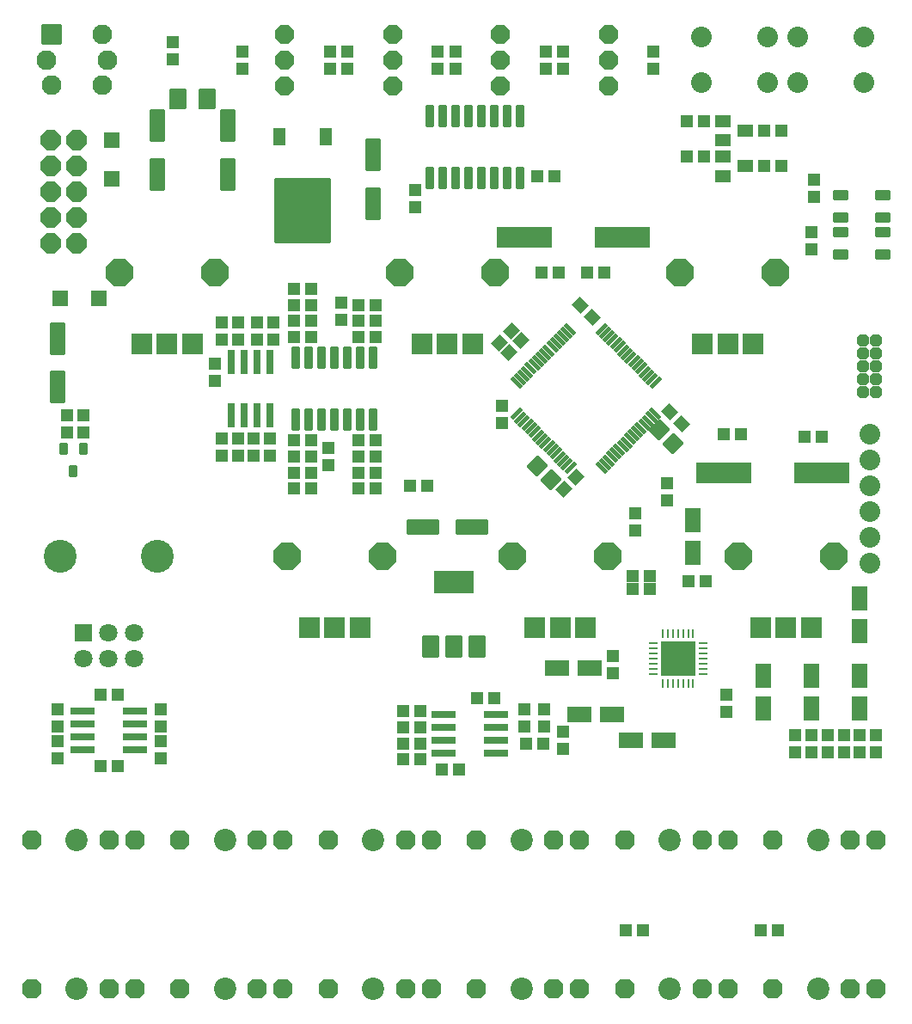
<source format=gbr>
%TF.GenerationSoftware,KiCad,Pcbnew,(6.0.11-0)*%
%TF.CreationDate,2023-05-26T17:34:31+02:00*%
%TF.ProjectId,clouds,636c6f75-6473-42e6-9b69-6361645f7063,rev?*%
%TF.SameCoordinates,Original*%
%TF.FileFunction,Soldermask,Top*%
%TF.FilePolarity,Negative*%
%FSLAX46Y46*%
G04 Gerber Fmt 4.6, Leading zero omitted, Abs format (unit mm)*
G04 Created by KiCad (PCBNEW (6.0.11-0)) date 2023-05-26 17:34:31*
%MOMM*%
%LPD*%
G01*
G04 APERTURE LIST*
G04 Aperture macros list*
%AMRoundRect*
0 Rectangle with rounded corners*
0 $1 Rounding radius*
0 $2 $3 $4 $5 $6 $7 $8 $9 X,Y pos of 4 corners*
0 Add a 4 corners polygon primitive as box body*
4,1,4,$2,$3,$4,$5,$6,$7,$8,$9,$2,$3,0*
0 Add four circle primitives for the rounded corners*
1,1,$1+$1,$2,$3*
1,1,$1+$1,$4,$5*
1,1,$1+$1,$6,$7*
1,1,$1+$1,$8,$9*
0 Add four rect primitives between the rounded corners*
20,1,$1+$1,$2,$3,$4,$5,0*
20,1,$1+$1,$4,$5,$6,$7,0*
20,1,$1+$1,$6,$7,$8,$9,0*
20,1,$1+$1,$8,$9,$2,$3,0*%
%AMFreePoly0*
4,1,25,0.396174,0.896573,0.401076,0.892082,0.892082,0.401076,0.914110,0.353835,0.914400,0.347194,0.914400,-0.347194,0.896573,-0.396174,0.892082,-0.401076,0.401076,-0.892082,0.353835,-0.914110,0.347194,-0.914400,-0.347194,-0.914400,-0.396174,-0.896573,-0.401076,-0.892082,-0.892082,-0.401076,-0.914110,-0.353835,-0.914400,-0.347194,-0.914400,0.347194,-0.896573,0.396174,-0.892082,0.401076,
-0.401076,0.892082,-0.353835,0.914110,-0.347194,0.914400,0.347194,0.914400,0.396174,0.896573,0.396174,0.896573,$1*%
%AMFreePoly1*
4,1,25,0.575031,1.328373,0.579933,1.323882,1.323882,0.579933,1.345910,0.532692,1.346200,0.526051,1.346200,-0.526051,1.328373,-0.575031,1.323882,-0.579933,0.579933,-1.323882,0.532692,-1.345910,0.526051,-1.346200,-0.526051,-1.346200,-0.575031,-1.328373,-0.579933,-1.323882,-1.323882,-0.579933,-1.345910,-0.532692,-1.346200,-0.526051,-1.346200,0.526051,-1.328373,0.575031,-1.323882,0.579933,
-0.579933,1.323882,-0.532692,1.345910,-0.526051,1.346200,0.526051,1.346200,0.575031,1.328373,0.575031,1.328373,$1*%
%AMFreePoly2*
4,1,25,0.417216,0.947373,0.422118,0.942882,0.942882,0.422118,0.964910,0.374877,0.965200,0.368236,0.965200,-0.368236,0.947373,-0.417216,0.942882,-0.422118,0.422118,-0.942882,0.374877,-0.964910,0.368236,-0.965200,-0.368236,-0.965200,-0.417216,-0.947373,-0.422118,-0.942882,-0.942882,-0.422118,-0.964910,-0.374877,-0.965200,-0.368236,-0.965200,0.368236,-0.947373,0.417216,-0.942882,0.422118,
-0.422118,0.942882,-0.374877,0.964910,-0.368236,0.965200,0.368236,0.965200,0.417216,0.947373,0.417216,0.947373,$1*%
%AMFreePoly3*
4,1,25,0.438258,0.998173,0.443160,0.993682,0.993682,0.443160,1.015710,0.395919,1.016000,0.389278,1.016000,-0.389278,0.998173,-0.438258,0.993682,-0.443160,0.443160,-0.993682,0.395919,-1.015710,0.389278,-1.016000,-0.389278,-1.016000,-0.438258,-0.998173,-0.443160,-0.993682,-0.993682,-0.443160,-1.015710,-0.395919,-1.016000,-0.389278,-1.016000,0.389278,-0.998173,0.438258,-0.993682,0.443160,
-0.443160,0.993682,-0.395919,1.015710,-0.389278,1.016000,0.389278,1.016000,0.438258,0.998173,0.438258,0.998173,$1*%
%AMFreePoly4*
4,1,25,0.269922,0.591773,0.274824,0.587282,0.587282,0.274824,0.609310,0.227583,0.609600,0.220942,0.609600,-0.220942,0.591773,-0.269922,0.587282,-0.274824,0.274824,-0.587282,0.227583,-0.609310,0.220942,-0.609600,-0.220942,-0.609600,-0.269922,-0.591773,-0.274824,-0.587282,-0.587282,-0.274824,-0.609310,-0.227583,-0.609600,-0.220942,-0.609600,0.220942,-0.591773,0.269922,-0.587282,0.274824,
-0.274824,0.587282,-0.227583,0.609310,-0.220942,0.609600,0.220942,0.609600,0.269922,0.591773,0.269922,0.591773,$1*%
G04 Aperture macros list end*
%ADD10RoundRect,0.076200X-0.550000X0.500000X-0.550000X-0.500000X0.550000X-0.500000X0.550000X0.500000X0*%
%ADD11C,3.240000*%
%ADD12R,1.800000X1.800000*%
%ADD13C,1.800000*%
%ADD14RoundRect,0.076200X-0.550000X-0.500000X0.550000X-0.500000X0.550000X0.500000X-0.550000X0.500000X0*%
%ADD15FreePoly0,180.000000*%
%ADD16RoundRect,0.076200X-0.500000X-0.550000X0.500000X-0.550000X0.500000X0.550000X-0.500000X0.550000X0*%
%ADD17RoundRect,0.076200X0.500000X0.550000X-0.500000X0.550000X-0.500000X-0.550000X0.500000X-0.550000X0*%
%ADD18RoundRect,0.076200X-0.700000X0.500000X-0.700000X-0.500000X0.700000X-0.500000X0.700000X0.500000X0*%
%ADD19RoundRect,0.076200X0.700000X-1.100000X0.700000X1.100000X-0.700000X1.100000X-0.700000X-1.100000X0*%
%ADD20RoundRect,0.076200X0.939800X-0.939800X0.939800X0.939800X-0.939800X0.939800X-0.939800X-0.939800X0*%
%ADD21FreePoly1,90.000000*%
%ADD22RoundRect,0.076200X0.550000X-0.500000X0.550000X0.500000X-0.550000X0.500000X-0.550000X-0.500000X0*%
%ADD23RoundRect,0.076200X-0.500000X0.550000X-0.500000X-0.550000X0.500000X-0.550000X0.500000X0.550000X0*%
%ADD24RoundRect,0.076200X-0.800000X-0.901500X0.800000X-0.901500X0.800000X0.901500X-0.800000X0.901500X0*%
%ADD25RoundRect,0.076200X0.700000X-1.500000X0.700000X1.500000X-0.700000X1.500000X-0.700000X-1.500000X0*%
%ADD26RoundRect,0.076200X0.550000X0.500000X-0.550000X0.500000X-0.550000X-0.500000X0.550000X-0.500000X0*%
%ADD27C,2.200000*%
%ADD28FreePoly2,90.000000*%
%ADD29RoundRect,0.076200X-2.667000X-0.965200X2.667000X-0.965200X2.667000X0.965200X-2.667000X0.965200X0*%
%ADD30RoundRect,0.076200X-0.318198X0.530330X-0.530330X0.318198X0.318198X-0.530330X0.530330X-0.318198X0*%
%ADD31RoundRect,0.076200X-0.530330X-0.318198X-0.318198X-0.530330X0.530330X0.318198X0.318198X0.530330X0*%
%ADD32RoundRect,0.076200X0.318198X-0.530330X0.530330X-0.318198X-0.318198X0.530330X-0.530330X0.318198X0*%
%ADD33RoundRect,0.076200X0.530330X0.318198X0.318198X0.530330X-0.530330X-0.318198X-0.318198X-0.530330X0*%
%ADD34C,1.952400*%
%ADD35RoundRect,0.076200X0.900000X-0.900000X0.900000X0.900000X-0.900000X0.900000X-0.900000X-0.900000X0*%
%ADD36RoundRect,0.076200X-0.300000X-1.100000X0.300000X-1.100000X0.300000X1.100000X-0.300000X1.100000X0*%
%ADD37RoundRect,0.076200X0.035355X0.742462X-0.742462X-0.035355X-0.035355X-0.742462X0.742462X0.035355X0*%
%ADD38RoundRect,0.062500X-0.062500X0.337500X-0.062500X-0.337500X0.062500X-0.337500X0.062500X0.337500X0*%
%ADD39RoundRect,0.062500X-0.337500X0.062500X-0.337500X-0.062500X0.337500X-0.062500X0.337500X0.062500X0*%
%ADD40R,3.350000X3.350000*%
%ADD41RoundRect,0.076200X-0.700000X0.700000X-0.700000X-0.700000X0.700000X-0.700000X0.700000X0.700000X0*%
%ADD42RoundRect,0.076200X-0.675000X-0.400000X0.675000X-0.400000X0.675000X0.400000X-0.675000X0.400000X0*%
%ADD43RoundRect,0.076200X0.500000X-0.550000X0.500000X0.550000X-0.500000X0.550000X-0.500000X-0.550000X0*%
%ADD44RoundRect,0.076200X0.742462X-0.035355X-0.035355X0.742462X-0.742462X0.035355X0.035355X-0.742462X0*%
%ADD45RoundRect,0.076200X0.330200X1.016000X-0.330200X1.016000X-0.330200X-1.016000X0.330200X-1.016000X0*%
%ADD46RoundRect,0.076200X0.989949X0.070711X0.070711X0.989949X-0.989949X-0.070711X-0.070711X-0.989949X0*%
%ADD47RoundRect,0.076200X0.500000X0.800000X-0.500000X0.800000X-0.500000X-0.800000X0.500000X-0.800000X0*%
%ADD48RoundRect,0.076200X2.700000X3.100000X-2.700000X3.100000X-2.700000X-3.100000X2.700000X-3.100000X0*%
%ADD49RoundRect,0.076200X-0.749300X-1.003300X0.749300X-1.003300X0.749300X1.003300X-0.749300X1.003300X0*%
%ADD50RoundRect,0.076200X-1.905000X-1.003300X1.905000X-1.003300X1.905000X1.003300X-1.905000X1.003300X0*%
%ADD51RoundRect,0.076200X1.500000X0.700000X-1.500000X0.700000X-1.500000X-0.700000X1.500000X-0.700000X0*%
%ADD52RoundRect,0.076200X-1.100000X0.300000X-1.100000X-0.300000X1.100000X-0.300000X1.100000X0.300000X0*%
%ADD53RoundRect,0.076200X-0.330200X-1.016000X0.330200X-1.016000X0.330200X1.016000X-0.330200X1.016000X0*%
%ADD54RoundRect,0.076200X-1.100000X-0.700000X1.100000X-0.700000X1.100000X0.700000X-1.100000X0.700000X0*%
%ADD55RoundRect,0.076200X-0.700000X1.100000X-0.700000X-1.100000X0.700000X-1.100000X0.700000X1.100000X0*%
%ADD56RoundRect,0.076200X-0.700000X-0.700000X0.700000X-0.700000X0.700000X0.700000X-0.700000X0.700000X0*%
%ADD57RoundRect,0.076200X0.350000X0.500000X-0.350000X0.500000X-0.350000X-0.500000X0.350000X-0.500000X0*%
%ADD58RoundRect,0.076200X-0.035355X-0.742462X0.742462X0.035355X0.035355X0.742462X-0.742462X-0.035355X0*%
%ADD59C,2.032000*%
%ADD60RoundRect,0.076200X-0.742462X0.035355X0.035355X-0.742462X0.742462X-0.035355X-0.035355X0.742462X0*%
%ADD61RoundRect,0.076200X-0.989949X-0.070711X-0.070711X-0.989949X0.989949X0.070711X0.070711X0.989949X0*%
%ADD62FreePoly3,90.000000*%
%ADD63FreePoly4,270.000000*%
G04 APERTURE END LIST*
D10*
%TO.C,R40*%
X169800000Y-101950000D03*
X169800000Y-103650000D03*
%TD*%
D11*
%TO.C,R42*%
X119580000Y-109160000D03*
X110080000Y-109160000D03*
D12*
X112330000Y-116660000D03*
D13*
X114830000Y-116660000D03*
X117330000Y-116660000D03*
X112330000Y-119160000D03*
X114830000Y-119160000D03*
X117330000Y-119160000D03*
%TD*%
D14*
%TO.C,C29*%
X171950000Y-111600000D03*
X173650000Y-111600000D03*
%TD*%
%TO.C,C21*%
X139396100Y-97701100D03*
X141096100Y-97701100D03*
%TD*%
D15*
%TO.C,LED2*%
X142786000Y-62776100D03*
X142786000Y-60236100D03*
X142786000Y-57696100D03*
%TD*%
D16*
%TO.C,R15*%
X171781100Y-69761100D03*
X173481100Y-69761100D03*
%TD*%
D17*
%TO.C,R38*%
X134746100Y-102463600D03*
X133046100Y-102463600D03*
%TD*%
D18*
%TO.C,Q1*%
X175341100Y-66271100D03*
X177541100Y-67221100D03*
X175341100Y-68171100D03*
%TD*%
D19*
%TO.C,C35*%
X179298600Y-120866100D03*
X179298600Y-124066100D03*
%TD*%
D20*
%TO.C,R19*%
X150683600Y-88191100D03*
X148183600Y-88191100D03*
X145683600Y-88191100D03*
D21*
X152883600Y-81191100D03*
X143483600Y-81191100D03*
%TD*%
D17*
%TO.C,R59*%
X145541100Y-129133600D03*
X143841100Y-129133600D03*
%TD*%
D22*
%TO.C,R54*%
X184061100Y-128396100D03*
X184061100Y-126696100D03*
%TD*%
D16*
%TO.C,R39*%
X139396100Y-102463600D03*
X141096100Y-102463600D03*
%TD*%
D23*
%TO.C,C44*%
X190411100Y-126696100D03*
X190411100Y-128396100D03*
%TD*%
%TO.C,C43*%
X185648600Y-126696100D03*
X185648600Y-128396100D03*
%TD*%
D24*
%TO.C,R11*%
X121679100Y-64046100D03*
X124523100Y-64046100D03*
%TD*%
D20*
%TO.C,R20*%
X178306100Y-88191100D03*
X175806100Y-88191100D03*
X173306100Y-88191100D03*
D21*
X180506100Y-81191100D03*
X171106100Y-81191100D03*
%TD*%
D25*
%TO.C,C4*%
X140881100Y-69583600D03*
X140881100Y-74383600D03*
%TD*%
D26*
%TO.C,C46*%
X149351100Y-130086100D03*
X147651100Y-130086100D03*
%TD*%
%TO.C,C39*%
X152843600Y-123101100D03*
X151143600Y-123101100D03*
%TD*%
%TO.C,C30*%
X168150000Y-112300000D03*
X166450000Y-112300000D03*
%TD*%
D27*
%TO.C,J7*%
X111671100Y-151676100D03*
D28*
X117386100Y-151676100D03*
X114846100Y-151676100D03*
X107226100Y-151676100D03*
%TD*%
D10*
%TO.C,R6*%
X147231000Y-59386100D03*
X147231000Y-61086100D03*
%TD*%
D16*
%TO.C,R34*%
X133046100Y-99288600D03*
X134746100Y-99288600D03*
%TD*%
D17*
%TO.C,R51*%
X145541100Y-127546100D03*
X143841100Y-127546100D03*
%TD*%
D19*
%TO.C,C31*%
X188823600Y-113246100D03*
X188823600Y-116446100D03*
%TD*%
D29*
%TO.C,Q3*%
X155740100Y-77698600D03*
X165392100Y-77698600D03*
%TD*%
D22*
%TO.C,R31*%
X125958600Y-99186100D03*
X125958600Y-97486100D03*
%TD*%
D30*
%TO.C,IC5*%
X160290082Y-86724281D03*
X159936528Y-87077834D03*
X159582975Y-87431388D03*
X159229422Y-87784941D03*
X158875868Y-88138494D03*
X158522315Y-88492048D03*
X158168761Y-88845601D03*
X157815208Y-89199155D03*
X157461655Y-89552708D03*
X157108101Y-89906261D03*
X156754548Y-90259815D03*
X156400994Y-90613368D03*
X156047441Y-90966922D03*
X155693888Y-91320475D03*
X155340334Y-91674028D03*
X154986781Y-92027582D03*
D31*
X155004741Y-95101658D03*
X155358295Y-95455211D03*
X155711848Y-95808765D03*
X156065402Y-96162318D03*
X156418955Y-96515871D03*
X156772508Y-96869425D03*
X157126062Y-97222978D03*
X157479615Y-97576531D03*
X157833169Y-97930085D03*
X158186722Y-98283638D03*
X158540275Y-98637192D03*
X158893829Y-98990745D03*
X159247382Y-99344298D03*
X159600935Y-99697852D03*
X159954489Y-100051405D03*
X160308042Y-100404959D03*
D32*
X163346197Y-100386998D03*
X163699751Y-100033445D03*
X164053304Y-99679891D03*
X164406857Y-99326338D03*
X164760411Y-98972785D03*
X165113964Y-98619231D03*
X165467518Y-98265678D03*
X165821071Y-97912124D03*
X166174624Y-97558571D03*
X166528178Y-97205018D03*
X166881731Y-96851464D03*
X167235285Y-96497911D03*
X167588838Y-96144357D03*
X167942391Y-95790804D03*
X168295945Y-95437251D03*
X168649498Y-95083697D03*
D33*
X168685419Y-92027582D03*
X168331866Y-91674028D03*
X167978312Y-91320475D03*
X167624759Y-90966922D03*
X167271206Y-90613368D03*
X166917652Y-90259815D03*
X166564099Y-89906261D03*
X166210545Y-89552708D03*
X165856992Y-89199155D03*
X165503439Y-88845601D03*
X165149885Y-88492048D03*
X164796332Y-88138494D03*
X164442778Y-87784941D03*
X164089225Y-87431388D03*
X163735672Y-87077834D03*
X163382118Y-86724281D03*
%TD*%
D15*
%TO.C,LED1*%
X132149800Y-62776100D03*
X132149800Y-60236100D03*
X132149800Y-57696100D03*
%TD*%
D34*
%TO.C,SW1*%
X114171100Y-62736100D03*
X114171100Y-57736100D03*
D35*
X109171100Y-57736100D03*
D34*
X108671100Y-60236100D03*
X114671100Y-60236100D03*
X109171100Y-62736100D03*
%TD*%
D14*
%TO.C,C3*%
X157017300Y-71666100D03*
X158717300Y-71666100D03*
%TD*%
D10*
%TO.C,R33*%
X130721100Y-97486100D03*
X130721100Y-99186100D03*
%TD*%
D36*
%TO.C,IC3*%
X126911100Y-95221100D03*
X128181100Y-95221100D03*
X129451100Y-95221100D03*
X130721100Y-95221100D03*
X130721100Y-90021100D03*
X129451100Y-90021100D03*
X128181100Y-90021100D03*
X126911100Y-90021100D03*
%TD*%
D10*
%TO.C,R53*%
X182473600Y-126696100D03*
X182473600Y-128396100D03*
%TD*%
D37*
%TO.C,C25*%
X160849741Y-101354559D03*
X159647659Y-102556641D03*
%TD*%
D26*
%TO.C,C38*%
X115696100Y-122783600D03*
X113996100Y-122783600D03*
%TD*%
D25*
%TO.C,C1*%
X119608600Y-66726100D03*
X119608600Y-71526100D03*
%TD*%
D10*
%TO.C,R58*%
X119926100Y-127331100D03*
X119926100Y-129031100D03*
%TD*%
D26*
%TO.C,C45*%
X115696100Y-129768600D03*
X113996100Y-129768600D03*
%TD*%
D14*
%TO.C,C11*%
X139396100Y-87541100D03*
X141096100Y-87541100D03*
%TD*%
D26*
%TO.C,C50*%
X168150000Y-111030000D03*
X166450000Y-111030000D03*
%TD*%
D20*
%TO.C,R18*%
X123061100Y-88191100D03*
X120561100Y-88191100D03*
X118061100Y-88191100D03*
D21*
X125261100Y-81191100D03*
X115861100Y-81191100D03*
%TD*%
D27*
%TO.C,J1*%
X111671100Y-137071100D03*
D28*
X117386100Y-137071100D03*
X114846100Y-137071100D03*
X107226100Y-137071100D03*
%TD*%
D16*
%TO.C,R49*%
X143841100Y-125958600D03*
X145541100Y-125958600D03*
%TD*%
D38*
%TO.C,IC8*%
X172400000Y-116750000D03*
X171900000Y-116750000D03*
X171400000Y-116750000D03*
X170900000Y-116750000D03*
X170400000Y-116750000D03*
X169900000Y-116750000D03*
X169400000Y-116750000D03*
D39*
X168450000Y-117700000D03*
X168450000Y-118200000D03*
X168450000Y-118700000D03*
X168450000Y-119200000D03*
X168450000Y-119700000D03*
X168450000Y-120200000D03*
X168450000Y-120700000D03*
D38*
X169400000Y-121650000D03*
X169900000Y-121650000D03*
X170400000Y-121650000D03*
X170900000Y-121650000D03*
X171400000Y-121650000D03*
X171900000Y-121650000D03*
X172400000Y-121650000D03*
D39*
X173350000Y-120700000D03*
X173350000Y-120200000D03*
X173350000Y-119700000D03*
X173350000Y-119200000D03*
X173350000Y-118700000D03*
X173350000Y-118200000D03*
X173350000Y-117700000D03*
D40*
X170900000Y-119200000D03*
%TD*%
D16*
%TO.C,R14*%
X179401100Y-67221100D03*
X181101100Y-67221100D03*
%TD*%
D41*
%TO.C,D1*%
X115163600Y-71978600D03*
X115163600Y-68178600D03*
%TD*%
D22*
%TO.C,R29*%
X131038600Y-87756100D03*
X131038600Y-86056100D03*
%TD*%
D27*
%TO.C,J5*%
X170091100Y-137071100D03*
D28*
X175806100Y-137071100D03*
X173266100Y-137071100D03*
X165646100Y-137071100D03*
%TD*%
D19*
%TO.C,C36*%
X184061100Y-120866100D03*
X184061100Y-124066100D03*
%TD*%
D17*
%TO.C,R36*%
X134746100Y-100876100D03*
X133046100Y-100876100D03*
%TD*%
D10*
%TO.C,R30*%
X110718600Y-95263600D03*
X110718600Y-96963600D03*
%TD*%
D42*
%TO.C,SW4*%
X186925000Y-75800000D03*
X191075000Y-75800000D03*
X186925000Y-73600000D03*
X191075000Y-73600000D03*
%TD*%
D43*
%TO.C,C5*%
X145008600Y-74738600D03*
X145008600Y-73038600D03*
%TD*%
D10*
%TO.C,R13*%
X184300000Y-72050000D03*
X184300000Y-73750000D03*
%TD*%
D17*
%TO.C,R22*%
X134746100Y-84366100D03*
X133046100Y-84366100D03*
%TD*%
D10*
%TO.C,R2*%
X121100000Y-58450000D03*
X121100000Y-60150000D03*
%TD*%
%TO.C,R41*%
X166700000Y-104850000D03*
X166700000Y-106550000D03*
%TD*%
D16*
%TO.C,R52*%
X155906100Y-127546100D03*
X157606100Y-127546100D03*
%TD*%
%TO.C,R16*%
X179401100Y-70713600D03*
X181101100Y-70713600D03*
%TD*%
D10*
%TO.C,R4*%
X136594800Y-59386100D03*
X136594800Y-61086100D03*
%TD*%
D16*
%TO.C,R61*%
X165748600Y-145961100D03*
X167448600Y-145961100D03*
%TD*%
D22*
%TO.C,R27*%
X127546100Y-87756100D03*
X127546100Y-86056100D03*
%TD*%
D26*
%TO.C,C6*%
X159193600Y-81191100D03*
X157493600Y-81191100D03*
%TD*%
D10*
%TO.C,R9*%
X159613600Y-59386100D03*
X159613600Y-61086100D03*
%TD*%
D44*
%TO.C,C8*%
X162437241Y-85602141D03*
X161235159Y-84400059D03*
%TD*%
D23*
%TO.C,C23*%
X136436100Y-98438600D03*
X136436100Y-100138600D03*
%TD*%
D10*
%TO.C,R48*%
X157708600Y-124156100D03*
X157708600Y-125856100D03*
%TD*%
D45*
%TO.C,IC1*%
X155327300Y-65735200D03*
X154057300Y-65735200D03*
X152787300Y-65735200D03*
X151517300Y-65735200D03*
X150247300Y-65735200D03*
X148977300Y-65735200D03*
X147707300Y-65735200D03*
X146437300Y-65735200D03*
X146437300Y-71882000D03*
X147707300Y-71882000D03*
X148977300Y-71882000D03*
X150247300Y-71882000D03*
X151517300Y-71882000D03*
X152787300Y-71882000D03*
X154057300Y-71882000D03*
X155327300Y-71882000D03*
%TD*%
D17*
%TO.C,R26*%
X141096100Y-85953600D03*
X139396100Y-85953600D03*
%TD*%
D16*
%TO.C,R23*%
X139396100Y-84366100D03*
X141096100Y-84366100D03*
%TD*%
D23*
%TO.C,C22*%
X127546100Y-97486100D03*
X127546100Y-99186100D03*
%TD*%
D20*
%TO.C,R44*%
X161796100Y-116131100D03*
X159296100Y-116131100D03*
X156796100Y-116131100D03*
D21*
X163996100Y-109131100D03*
X154596100Y-109131100D03*
%TD*%
D46*
%TO.C,C24*%
X158380351Y-101547851D03*
X157036849Y-100204349D03*
%TD*%
D14*
%TO.C,C7*%
X161938600Y-81191100D03*
X163638600Y-81191100D03*
%TD*%
D27*
%TO.C,J3*%
X140881100Y-137071100D03*
D28*
X146596100Y-137071100D03*
X144056100Y-137071100D03*
X136436100Y-137071100D03*
%TD*%
D47*
%TO.C,IC2*%
X136176100Y-67818600D03*
X131616100Y-67818600D03*
D48*
X133896100Y-75118600D03*
%TD*%
D49*
%TO.C,IC7*%
X146558000Y-117995700D03*
X148844000Y-117995700D03*
X151130000Y-117995700D03*
D50*
X148818600Y-111696500D03*
%TD*%
D51*
%TO.C,C27*%
X145783600Y-106273600D03*
X150583600Y-106273600D03*
%TD*%
D27*
%TO.C,J2*%
X126276100Y-137071100D03*
D28*
X131991100Y-137071100D03*
X129451100Y-137071100D03*
X121831100Y-137071100D03*
%TD*%
D52*
%TO.C,IC10*%
X147806100Y-124688600D03*
X147806100Y-125958600D03*
X147806100Y-127228600D03*
X147806100Y-128498600D03*
X153006100Y-128498600D03*
X153006100Y-127228600D03*
X153006100Y-125958600D03*
X153006100Y-124688600D03*
%TD*%
D26*
%TO.C,C40*%
X145541100Y-124371100D03*
X143841100Y-124371100D03*
%TD*%
D22*
%TO.C,R3*%
X128022300Y-61086100D03*
X128022300Y-59386100D03*
%TD*%
D10*
%TO.C,R7*%
X148977300Y-59386100D03*
X148977300Y-61086100D03*
%TD*%
D16*
%TO.C,R12*%
X171781100Y-66268600D03*
X173481100Y-66268600D03*
%TD*%
D27*
%TO.C,J9*%
X140881100Y-151676100D03*
D28*
X146596100Y-151676100D03*
X144056100Y-151676100D03*
X136436100Y-151676100D03*
%TD*%
D22*
%TO.C,R24*%
X137706100Y-85851100D03*
X137706100Y-84151100D03*
%TD*%
D14*
%TO.C,C48*%
X183369900Y-97383600D03*
X185069900Y-97383600D03*
%TD*%
D15*
%TO.C,LED4*%
X164058600Y-62776100D03*
X164058600Y-60236100D03*
X164058600Y-57696100D03*
%TD*%
D17*
%TO.C,R35*%
X141096100Y-99288600D03*
X139396100Y-99288600D03*
%TD*%
D53*
%TO.C,IC4*%
X133261100Y-95694500D03*
X134531100Y-95694500D03*
X135801100Y-95694500D03*
X137071100Y-95694500D03*
X138341100Y-95694500D03*
X139611100Y-95694500D03*
X140881100Y-95694500D03*
X140881100Y-89547700D03*
X139611100Y-89547700D03*
X138341100Y-89547700D03*
X137071100Y-89547700D03*
X135801100Y-89547700D03*
X134531100Y-89547700D03*
X133261100Y-89547700D03*
%TD*%
D27*
%TO.C,J12*%
X184696100Y-151676100D03*
D28*
X190411100Y-151676100D03*
X187871100Y-151676100D03*
X180251100Y-151676100D03*
%TD*%
D54*
%TO.C,C33*%
X164388600Y-124688600D03*
X161188600Y-124688600D03*
%TD*%
%TO.C,C49*%
X162200000Y-120100000D03*
X159000000Y-120100000D03*
%TD*%
D27*
%TO.C,J10*%
X155486100Y-151676100D03*
D28*
X161201100Y-151676100D03*
X158661100Y-151676100D03*
X151041100Y-151676100D03*
%TD*%
D20*
%TO.C,R45*%
X184021100Y-116131100D03*
X181521100Y-116131100D03*
X179021100Y-116131100D03*
D21*
X186221100Y-109131100D03*
X176821100Y-109131100D03*
%TD*%
D10*
%TO.C,R46*%
X109766100Y-124156100D03*
X109766100Y-125856100D03*
%TD*%
D55*
%TO.C,C28*%
X172399996Y-108800000D03*
X172399996Y-105600000D03*
%TD*%
D25*
%TO.C,C2*%
X126593600Y-66726100D03*
X126593600Y-71526100D03*
%TD*%
D22*
%TO.C,R56*%
X188823600Y-128396100D03*
X188823600Y-126696100D03*
%TD*%
D27*
%TO.C,J6*%
X184696100Y-137071100D03*
D28*
X190411100Y-137071100D03*
X187871100Y-137071100D03*
X180251100Y-137071100D03*
%TD*%
D16*
%TO.C,R37*%
X139396100Y-100876100D03*
X141096100Y-100876100D03*
%TD*%
D27*
%TO.C,J4*%
X155486100Y-137071100D03*
D28*
X161201100Y-137071100D03*
X158661100Y-137071100D03*
X151041100Y-137071100D03*
%TD*%
D25*
%TO.C,C13*%
X109766100Y-87681100D03*
X109766100Y-92481100D03*
%TD*%
D23*
%TO.C,C34*%
X175700000Y-122750000D03*
X175700000Y-124450000D03*
%TD*%
D22*
%TO.C,R17*%
X184061100Y-78866100D03*
X184061100Y-77166100D03*
%TD*%
D43*
%TO.C,C16*%
X112306100Y-96963600D03*
X112306100Y-95263600D03*
%TD*%
%TO.C,C42*%
X155803600Y-125856100D03*
X155803600Y-124156100D03*
%TD*%
D56*
%TO.C,D2*%
X113888600Y-83731100D03*
X110088600Y-83731100D03*
%TD*%
D18*
%TO.C,Q2*%
X175341100Y-69763600D03*
X177541100Y-70713600D03*
X175341100Y-71663600D03*
%TD*%
D54*
%TO.C,C41*%
X169468600Y-127228600D03*
X166268600Y-127228600D03*
%TD*%
D43*
%TO.C,C17*%
X153581100Y-96011100D03*
X153581100Y-94311100D03*
%TD*%
D10*
%TO.C,R8*%
X157867300Y-59386100D03*
X157867300Y-61086100D03*
%TD*%
%TO.C,R57*%
X109766100Y-127331100D03*
X109766100Y-129031100D03*
%TD*%
D23*
%TO.C,C32*%
X164500000Y-118950000D03*
X164500000Y-120650000D03*
%TD*%
D57*
%TO.C,IC6*%
X112303600Y-98506100D03*
X110403600Y-98506100D03*
X111353600Y-100706100D03*
%TD*%
D23*
%TO.C,C9*%
X125958600Y-86056100D03*
X125958600Y-87756100D03*
%TD*%
D58*
%TO.C,C12*%
X153297559Y-88142141D03*
X154499641Y-86940059D03*
%TD*%
D26*
%TO.C,C47*%
X177132400Y-97100000D03*
X175432400Y-97100000D03*
%TD*%
D58*
%TO.C,C14*%
X154250059Y-89094641D03*
X155452141Y-87892559D03*
%TD*%
D19*
%TO.C,C37*%
X188823600Y-120866100D03*
X188823600Y-124066100D03*
%TD*%
D59*
%TO.C,SW3*%
X182714900Y-57975500D03*
X189217300Y-57975500D03*
X182714900Y-62496700D03*
X189217300Y-62496700D03*
%TD*%
D10*
%TO.C,R5*%
X138341000Y-59386100D03*
X138341000Y-61086100D03*
%TD*%
%TO.C,R55*%
X187236100Y-126696100D03*
X187236100Y-128396100D03*
%TD*%
D15*
%TO.C,LED3*%
X153422300Y-62776100D03*
X153422300Y-60236100D03*
X153422300Y-57696100D03*
%TD*%
D17*
%TO.C,R21*%
X134746100Y-82778600D03*
X133046100Y-82778600D03*
%TD*%
D29*
%TO.C,Q4*%
X175425100Y-100876100D03*
X185077100Y-100876100D03*
%TD*%
D60*
%TO.C,C18*%
X170061559Y-94877559D03*
X171263641Y-96079641D03*
%TD*%
D27*
%TO.C,J11*%
X170091100Y-151676100D03*
D28*
X175806100Y-151676100D03*
X173266100Y-151676100D03*
X165646100Y-151676100D03*
%TD*%
D42*
%TO.C,SW5*%
X186925000Y-79400000D03*
X191075000Y-79400000D03*
X186925000Y-77200000D03*
X191075000Y-77200000D03*
%TD*%
D10*
%TO.C,R32*%
X129133600Y-97486100D03*
X129133600Y-99186100D03*
%TD*%
D26*
%TO.C,C20*%
X134746100Y-97701100D03*
X133046100Y-97701100D03*
%TD*%
D23*
%TO.C,C15*%
X125323600Y-90183600D03*
X125323600Y-91883600D03*
%TD*%
D10*
%TO.C,R10*%
X168503600Y-59386100D03*
X168503600Y-61086100D03*
%TD*%
D26*
%TO.C,C26*%
X146176100Y-102146100D03*
X144476100Y-102146100D03*
%TD*%
D20*
%TO.C,R43*%
X139571100Y-116131100D03*
X137071100Y-116131100D03*
X134571100Y-116131100D03*
D21*
X141771100Y-109131100D03*
X132371100Y-109131100D03*
%TD*%
D59*
%TO.C,SW2*%
X173189900Y-57975500D03*
X179692300Y-57975500D03*
X173189900Y-62496700D03*
X179692300Y-62496700D03*
%TD*%
D17*
%TO.C,R62*%
X180783600Y-145961100D03*
X179083600Y-145961100D03*
%TD*%
D16*
%TO.C,R25*%
X133046100Y-85953600D03*
X134746100Y-85953600D03*
%TD*%
D22*
%TO.C,R28*%
X129451100Y-87756100D03*
X129451100Y-86056100D03*
%TD*%
D52*
%TO.C,IC9*%
X112246100Y-124371100D03*
X112246100Y-125641100D03*
X112246100Y-126911100D03*
X112246100Y-128181100D03*
X117446100Y-128181100D03*
X117446100Y-126911100D03*
X117446100Y-125641100D03*
X117446100Y-124371100D03*
%TD*%
D22*
%TO.C,R50*%
X159613600Y-128078600D03*
X159613600Y-126378600D03*
%TD*%
D26*
%TO.C,C10*%
X134746100Y-87541100D03*
X133046100Y-87541100D03*
%TD*%
D61*
%TO.C,C19*%
X169101849Y-96711849D03*
X170445351Y-98055351D03*
%TD*%
D27*
%TO.C,J8*%
X126276100Y-151676100D03*
D28*
X131991100Y-151676100D03*
X129451100Y-151676100D03*
X121831100Y-151676100D03*
%TD*%
D10*
%TO.C,R47*%
X119926100Y-124156100D03*
X119926100Y-125856100D03*
%TD*%
D59*
%TO.C,JP1*%
X189776100Y-97066100D03*
X189776100Y-99606100D03*
X189776100Y-102146100D03*
X189776100Y-104686100D03*
X189776100Y-107226100D03*
X189776100Y-109766100D03*
%TD*%
D62*
%TO.C,JP3*%
X109131100Y-78333600D03*
X111671100Y-78333600D03*
X109131100Y-75793600D03*
X111671100Y-75793600D03*
X109131100Y-73253600D03*
X111671100Y-73253600D03*
X109131100Y-70713600D03*
X111671100Y-70713600D03*
X109131100Y-68173600D03*
X111671100Y-68173600D03*
%TD*%
D63*
%TO.C,JP2*%
X190411100Y-87858600D03*
X189141100Y-87858600D03*
X190411100Y-89128600D03*
X189141100Y-89128600D03*
X190411100Y-90398600D03*
X189141100Y-90398600D03*
X190411100Y-91668600D03*
X189141100Y-91668600D03*
X190411100Y-92938600D03*
X189141100Y-92938600D03*
%TD*%
M02*

</source>
